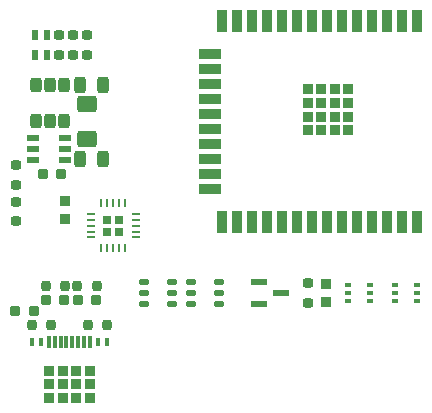
<source format=gbr>
%TF.GenerationSoftware,KiCad,Pcbnew,(6.0.1-0)*%
%TF.CreationDate,2022-01-24T14:51:49+00:00*%
%TF.ProjectId,ASR33,41535233-332e-46b6-9963-61645f706362,1*%
%TF.SameCoordinates,Original*%
%TF.FileFunction,Paste,Top*%
%TF.FilePolarity,Positive*%
%FSLAX46Y46*%
G04 Gerber Fmt 4.6, Leading zero omitted, Abs format (unit mm)*
G04 Created by KiCad (PCBNEW (6.0.1-0)) date 2022-01-24 14:51:49*
%MOMM*%
%LPD*%
G01*
G04 APERTURE LIST*
G04 Aperture macros list*
%AMRoundRect*
0 Rectangle with rounded corners*
0 $1 Rounding radius*
0 $2 $3 $4 $5 $6 $7 $8 $9 X,Y pos of 4 corners*
0 Add a 4 corners polygon primitive as box body*
4,1,4,$2,$3,$4,$5,$6,$7,$8,$9,$2,$3,0*
0 Add four circle primitives for the rounded corners*
1,1,$1+$1,$2,$3*
1,1,$1+$1,$4,$5*
1,1,$1+$1,$6,$7*
1,1,$1+$1,$8,$9*
0 Add four rect primitives between the rounded corners*
20,1,$1+$1,$2,$3,$4,$5,0*
20,1,$1+$1,$4,$5,$6,$7,0*
20,1,$1+$1,$6,$7,$8,$9,0*
20,1,$1+$1,$8,$9,$2,$3,0*%
G04 Aperture macros list end*
%ADD10RoundRect,0.232500X-0.232500X-0.232500X0.232500X-0.232500X0.232500X0.232500X-0.232500X0.232500X0*%
%ADD11R,0.420000X0.798000*%
%ADD12RoundRect,0.069000X-0.075000X-0.478200X0.075000X-0.478200X0.075000X0.478200X-0.075000X0.478200X0*%
%ADD13RoundRect,0.186000X-0.189000X-0.189000X0.189000X-0.189000X0.189000X0.189000X-0.189000X0.189000X0*%
%ADD14RoundRect,0.048500X-0.287500X-0.071500X0.287500X-0.071500X0.287500X0.071500X-0.287500X0.071500X0*%
%ADD15RoundRect,0.057500X-0.062500X-0.278500X0.062500X-0.278500X0.062500X0.278500X-0.062500X0.278500X0*%
%ADD16RoundRect,0.232500X-0.232500X0.232500X-0.232500X-0.232500X0.232500X-0.232500X0.232500X0.232500X0*%
%ADD17R,0.864000X1.920000*%
%ADD18R,1.920000X0.864000*%
%ADD19RoundRect,0.184000X0.272000X-0.200000X0.272000X0.200000X-0.272000X0.200000X-0.272000X-0.200000X0*%
%ADD20RoundRect,0.207000X-0.249000X0.225000X-0.249000X-0.225000X0.249000X-0.225000X0.249000X0.225000X0*%
%ADD21RoundRect,0.184000X0.200000X0.272000X-0.200000X0.272000X-0.200000X-0.272000X0.200000X-0.272000X0*%
%ADD22RoundRect,0.184000X-0.200000X-0.272000X0.200000X-0.272000X0.200000X0.272000X-0.200000X0.272000X0*%
%ADD23R,0.480000X0.816000*%
%ADD24RoundRect,0.207000X-0.225000X-0.249000X0.225000X-0.249000X0.225000X0.249000X-0.225000X0.249000X0*%
%ADD25RoundRect,0.207000X0.225000X0.249000X-0.225000X0.249000X-0.225000X-0.249000X0.225000X-0.249000X0*%
%ADD26RoundRect,0.121500X-0.262500X-0.142500X0.262500X-0.142500X0.262500X0.142500X-0.262500X0.142500X0*%
%ADD27R,0.624000X0.384000*%
%ADD28RoundRect,0.120500X-0.587500X-0.167500X0.587500X-0.167500X0.587500X0.167500X-0.587500X0.167500X0*%
%ADD29RoundRect,0.207000X0.249000X-0.225000X0.249000X0.225000X-0.249000X0.225000X-0.249000X-0.225000X0*%
%ADD30RoundRect,0.184000X-0.272000X0.200000X-0.272000X-0.200000X0.272000X-0.200000X0.272000X0.200000X0*%
%ADD31RoundRect,0.250000X0.250000X-0.350000X0.250000X0.350000X-0.250000X0.350000X-0.250000X-0.350000X0*%
%ADD32R,1.056000X0.576000*%
%ADD33RoundRect,0.220875X0.619125X-0.463125X0.619125X0.463125X-0.619125X0.463125X-0.619125X-0.463125X0*%
%ADD34RoundRect,0.230000X-0.250000X-0.466000X0.250000X-0.466000X0.250000X0.466000X-0.250000X0.466000X0*%
G04 APERTURE END LIST*
D10*
%TO.C,J1*%
X122915000Y-138565000D03*
X124065000Y-138565000D03*
X122915000Y-139715000D03*
X125215000Y-140865000D03*
X125215000Y-139715000D03*
X121765000Y-139715000D03*
X122915000Y-140865000D03*
X121765000Y-138565000D03*
X125215000Y-138565000D03*
X124065000Y-139715000D03*
X124065000Y-140865000D03*
X121765000Y-140865000D03*
D11*
X120300000Y-136140000D03*
X121100000Y-136140000D03*
D12*
X122250000Y-136140000D03*
X123250000Y-136140000D03*
X123750000Y-136140000D03*
X124750000Y-136140000D03*
D11*
X126700000Y-136140000D03*
X125900000Y-136140000D03*
D12*
X125250000Y-136140000D03*
X124250000Y-136140000D03*
X122750000Y-136140000D03*
X121750000Y-136140000D03*
%TD*%
D13*
%TO.C,U2*%
X127700000Y-125800000D03*
X127700000Y-126800000D03*
X126700000Y-125800000D03*
X126700000Y-126800000D03*
D14*
X125300000Y-125300000D03*
X125300000Y-125800000D03*
X125300000Y-126300000D03*
X125300000Y-126800000D03*
X125300000Y-127300000D03*
D15*
X126200000Y-128200000D03*
X126700000Y-128200000D03*
X127200000Y-128200000D03*
X127700000Y-128200000D03*
X128200000Y-128200000D03*
D14*
X129100000Y-127300000D03*
X129100000Y-126800000D03*
X129100000Y-126300000D03*
X129100000Y-125800000D03*
X129100000Y-125300000D03*
D15*
X128200000Y-124400000D03*
X127700000Y-124400000D03*
X127200000Y-124400000D03*
X126700000Y-124400000D03*
X126200000Y-124400000D03*
%TD*%
D16*
%TO.C,U1*%
X143670000Y-115915000D03*
X144820000Y-114765000D03*
X145970000Y-114765000D03*
X143670000Y-117065000D03*
X147120000Y-117065000D03*
X145970000Y-115915000D03*
X144820000Y-117065000D03*
X145970000Y-117065000D03*
X147120000Y-118215000D03*
X147120000Y-114765000D03*
X147120000Y-115915000D03*
X145970000Y-118215000D03*
X144820000Y-115915000D03*
X143670000Y-114765000D03*
X143670000Y-118215000D03*
X144820000Y-118215000D03*
D17*
X152890000Y-109000000D03*
X151620000Y-109000000D03*
X150350000Y-109000000D03*
X149080000Y-109000000D03*
X147810000Y-109000000D03*
X146540000Y-109000000D03*
X145270000Y-109000000D03*
X144000000Y-109000000D03*
X142730000Y-109000000D03*
X141460000Y-109000000D03*
X140190000Y-109000000D03*
X138920000Y-109000000D03*
X137650000Y-109000000D03*
X136380000Y-109000000D03*
D18*
X135380000Y-111785000D03*
X135380000Y-113055000D03*
X135380000Y-114325000D03*
X135380000Y-115595000D03*
X135380000Y-116865000D03*
X135380000Y-118135000D03*
X135380000Y-119405000D03*
X135380000Y-120675000D03*
X135380000Y-121945000D03*
X135380000Y-123215000D03*
D17*
X136380000Y-126000000D03*
X137650000Y-126000000D03*
X138920000Y-126000000D03*
X140190000Y-126000000D03*
X141460000Y-126000000D03*
X142730000Y-126000000D03*
X144000000Y-126000000D03*
X145270000Y-126000000D03*
X146540000Y-126000000D03*
X147810000Y-126000000D03*
X149080000Y-126000000D03*
X150350000Y-126000000D03*
X151620000Y-126000000D03*
X152890000Y-126000000D03*
%TD*%
D19*
%TO.C,R3*%
X123800000Y-111825000D03*
X123800000Y-110175000D03*
%TD*%
D20*
%TO.C,C1*%
X123100000Y-124225000D03*
X123100000Y-125775000D03*
%TD*%
D21*
%TO.C,R5*%
X126700000Y-134700000D03*
X125050000Y-134700000D03*
%TD*%
%TO.C,R4*%
X121950000Y-134700000D03*
X120300000Y-134700000D03*
%TD*%
D22*
%TO.C,R6*%
X124175000Y-131400000D03*
X125825000Y-131400000D03*
%TD*%
%TO.C,R7*%
X121475000Y-131400000D03*
X123125000Y-131400000D03*
%TD*%
D23*
%TO.C,D1*%
X121600000Y-110125000D03*
X121600000Y-111875000D03*
X120600000Y-111875000D03*
X120600000Y-110125000D03*
%TD*%
D19*
%TO.C,R1*%
X122600000Y-111825000D03*
X122600000Y-110175000D03*
%TD*%
%TO.C,R2*%
X125000000Y-111825000D03*
X125000000Y-110175000D03*
%TD*%
D24*
%TO.C,C4*%
X118925000Y-133500000D03*
X120475000Y-133500000D03*
%TD*%
%TO.C,C2*%
X124225000Y-132600000D03*
X125775000Y-132600000D03*
%TD*%
D25*
%TO.C,C3*%
X123075000Y-132600000D03*
X121525000Y-132600000D03*
%TD*%
D26*
%TO.C,U4*%
X129800000Y-131050000D03*
X129800000Y-132000000D03*
X129800000Y-132950000D03*
X132200000Y-132950000D03*
X132200000Y-132000000D03*
X132200000Y-131050000D03*
%TD*%
%TO.C,U3*%
X133800000Y-131050000D03*
X133800000Y-132000000D03*
X133800000Y-132950000D03*
X136200000Y-132950000D03*
X136200000Y-132000000D03*
X136200000Y-131050000D03*
%TD*%
D27*
%TO.C,D2*%
X151050000Y-131350000D03*
X151050000Y-132000000D03*
X151050000Y-132650000D03*
X152950000Y-132650000D03*
X152950000Y-132000000D03*
X152950000Y-131350000D03*
%TD*%
D28*
%TO.C,Q1*%
X139562500Y-131050000D03*
X139562500Y-132950000D03*
X141437500Y-132000000D03*
%TD*%
D29*
%TO.C,C5*%
X145200000Y-132775000D03*
X145200000Y-131225000D03*
%TD*%
D19*
%TO.C,R10*%
X119000000Y-125925000D03*
X119000000Y-124275000D03*
%TD*%
%TO.C,R9*%
X143700000Y-132825000D03*
X143700000Y-131175000D03*
%TD*%
D27*
%TO.C,D3*%
X147050000Y-131350000D03*
X147050000Y-132000000D03*
X147050000Y-132650000D03*
X148950000Y-132650000D03*
X148950000Y-132000000D03*
X148950000Y-131350000D03*
%TD*%
D30*
%TO.C,R8*%
X119000000Y-121175000D03*
X119000000Y-122825000D03*
%TD*%
D31*
%TO.C,U5*%
X123000000Y-117400000D03*
X123000000Y-114400000D03*
D32*
X123150000Y-118850000D03*
D31*
X121850000Y-117400000D03*
X120700000Y-114400000D03*
D25*
X122825000Y-121900000D03*
D32*
X120450000Y-118850000D03*
D31*
X120700000Y-117400000D03*
X121850000Y-114400000D03*
D25*
X121275000Y-121900000D03*
D33*
X124970000Y-119002500D03*
D32*
X123150000Y-120750000D03*
X123150000Y-119800000D03*
D34*
X124400000Y-120650000D03*
X126300000Y-114400000D03*
D33*
X124970000Y-116037500D03*
D34*
X126300000Y-120650000D03*
D32*
X120450000Y-119800000D03*
D34*
X124400000Y-114400000D03*
D32*
X120450000Y-120750000D03*
%TD*%
M02*

</source>
